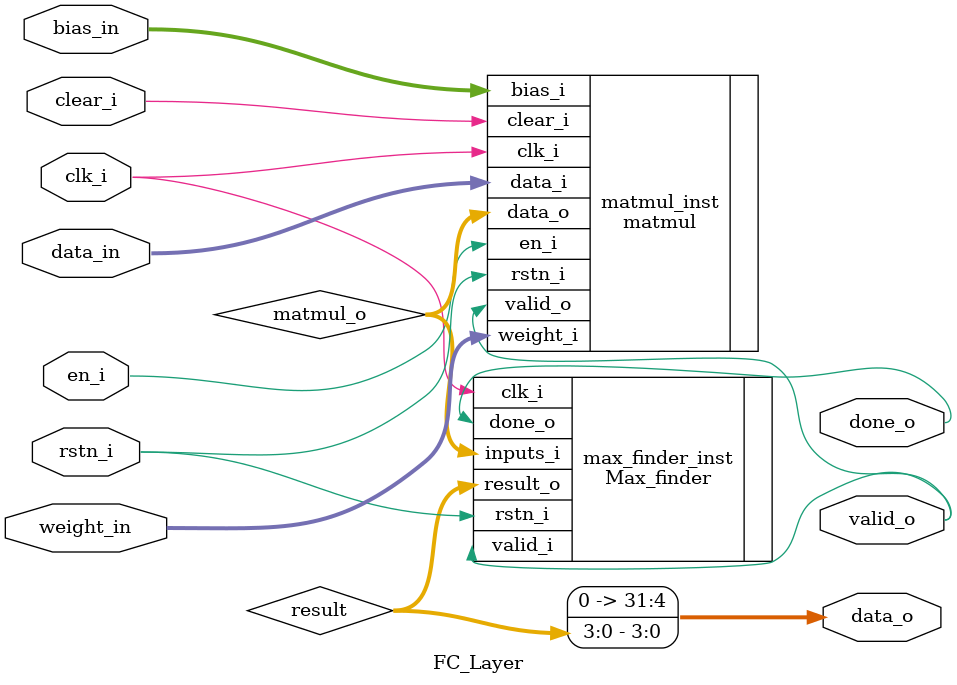
<source format=v>

module FC_Layer ( 
    input wire                  clk_i,
    input wire                  rstn_i,
    input wire                  en_i,
    input wire                  clear_i,

    input wire signed [11:0]    	data_in,
    input wire signed [8*10-1:0]    weight_in,
    input wire signed [8*10-1:0]    bias_in,
    
    output wire [31:0]          data_o,
    output wire                 valid_o,
    output wire                 done_o
);
	
	wire signed [119:0] matmul_o;
	wire [3:0] result;

	assign data_o = {28'd0, result};

    // Instantiate FC_layer
    matmul matmul_inst (
        .clk_i      (clk_i),
        .rstn_i     (rstn_i),
        .clear_i    (clear_i),  // Assume clear is not used in this case
        .en_i       (en_i),
        .data_i     (data_in),
        .weight_i   (weight_in),
        .bias_i     (bias_in),
        .valid_o    (valid_o),
        .data_o     (matmul_o)
    );

    // Instantiate max_finder
    Max_finder max_finder_inst (
        .clk_i      (clk_i),
        .rstn_i     (rstn_i),
        .valid_i    (valid_o),
        .inputs_i   (matmul_o),
        .result_o   (result),
        .done_o     (done_o)
    );

endmodule
</source>
